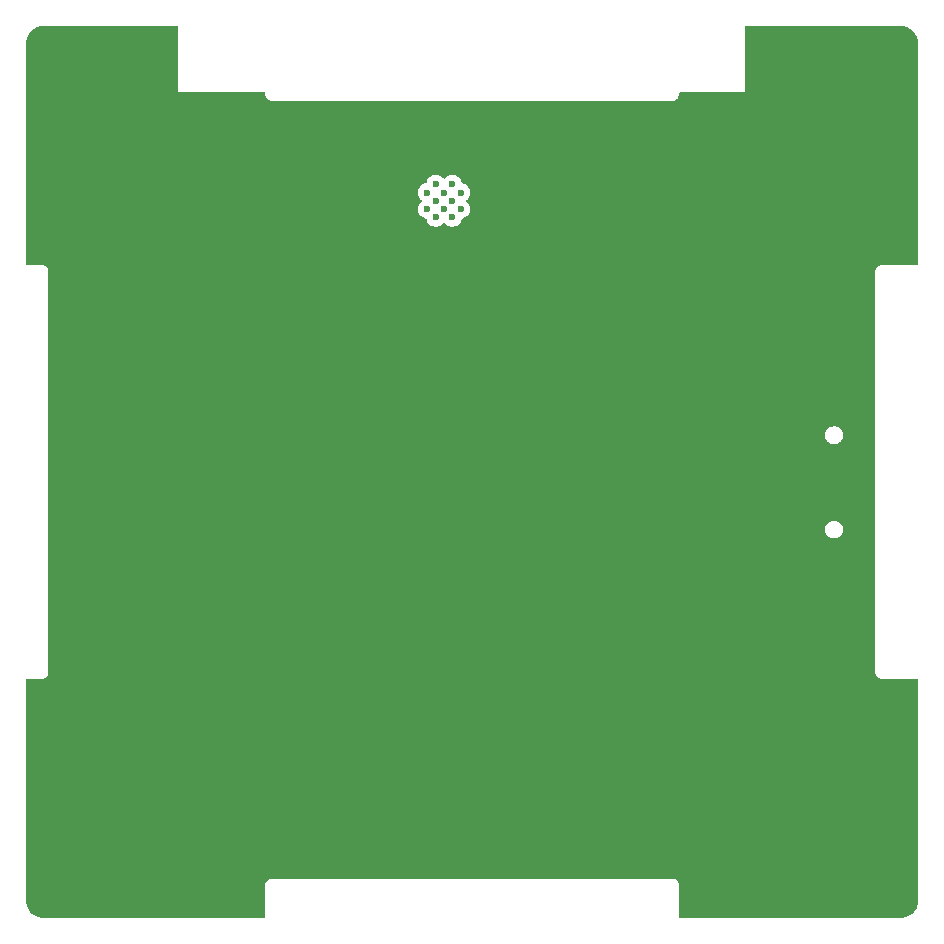
<source format=gbr>
%TF.GenerationSoftware,KiCad,Pcbnew,9.0.7*%
%TF.CreationDate,2026-02-15T10:00:23-06:00*%
%TF.ProjectId,grad_cap_display,67726164-5f63-4617-905f-646973706c61,rev?*%
%TF.SameCoordinates,Original*%
%TF.FileFunction,Copper,L3,Inr*%
%TF.FilePolarity,Positive*%
%FSLAX46Y46*%
G04 Gerber Fmt 4.6, Leading zero omitted, Abs format (unit mm)*
G04 Created by KiCad (PCBNEW 9.0.7) date 2026-02-15 10:00:23*
%MOMM*%
%LPD*%
G01*
G04 APERTURE LIST*
%TA.AperFunction,HeatsinkPad*%
%ADD10C,0.600000*%
%TD*%
G04 APERTURE END LIST*
D10*
%TO.N,GND*%
%TO.C,U204*%
X-232310000Y658280000D03*
X-232310000Y659680000D03*
X-233010000Y657580000D03*
X-233010000Y658980000D03*
X-233010000Y660380000D03*
X-233710000Y658280000D03*
X-233710000Y659680000D03*
X-234410000Y657580000D03*
X-234410000Y658980000D03*
X-234410000Y660380000D03*
X-235110000Y658280000D03*
X-235110000Y659680000D03*
%TD*%
%TA.AperFunction,Conductor*%
%TO.N,/ESP32 1/+3V3*%
G36*
X-256266961Y673779815D02*
G01*
X-256221206Y673727011D01*
X-256210000Y673675500D01*
X-256210000Y668190000D01*
X-248954500Y668190000D01*
X-248887461Y668170315D01*
X-248841706Y668117511D01*
X-248830500Y668066000D01*
X-248830500Y667904108D01*
X-248796392Y667776814D01*
X-248730500Y667662686D01*
X-248637314Y667569500D01*
X-248580250Y667536554D01*
X-248523187Y667503608D01*
X-248459539Y667486554D01*
X-248395892Y667469500D01*
X-248395891Y667469500D01*
X-214264108Y667469500D01*
X-214136812Y667503608D01*
X-214022686Y667569500D01*
X-214022683Y667569502D01*
X-213929502Y667662683D01*
X-213929500Y667662686D01*
X-213863608Y667776812D01*
X-213829500Y667904108D01*
X-213829500Y668066000D01*
X-213809815Y668133039D01*
X-213757011Y668178794D01*
X-213705500Y668190000D01*
X-208210000Y668190000D01*
X-208210000Y673675500D01*
X-208190315Y673742539D01*
X-208137511Y673788294D01*
X-208086000Y673799500D01*
X-195125892Y673799500D01*
X-195064428Y673799500D01*
X-195055582Y673799184D01*
X-195033622Y673797613D01*
X-194855442Y673784869D01*
X-194837931Y673782351D01*
X-194646212Y673740646D01*
X-194629236Y673735662D01*
X-194445390Y673667090D01*
X-194429297Y673659740D01*
X-194257091Y673565709D01*
X-194242208Y673556144D01*
X-194085135Y673438561D01*
X-194071764Y673426975D01*
X-193933024Y673288235D01*
X-193921438Y673274864D01*
X-193803855Y673117791D01*
X-193794290Y673102908D01*
X-193700259Y672930702D01*
X-193692909Y672914609D01*
X-193624334Y672730755D01*
X-193619355Y672713797D01*
X-193577648Y672522068D01*
X-193575130Y672504556D01*
X-193560816Y672304418D01*
X-193560500Y672295572D01*
X-193560500Y653654500D01*
X-193580185Y653587461D01*
X-193632989Y653541706D01*
X-193684500Y653530500D01*
X-196624108Y653530500D01*
X-196755892Y653530500D01*
X-196883186Y653496392D01*
X-196997314Y653430500D01*
X-197090500Y653337314D01*
X-197156392Y653223186D01*
X-197190500Y653095892D01*
X-197190500Y619095892D01*
X-197190500Y618964108D01*
X-197156392Y618836814D01*
X-197090500Y618722686D01*
X-196997314Y618629500D01*
X-196940250Y618596554D01*
X-196883187Y618563608D01*
X-196819539Y618546554D01*
X-196755892Y618529500D01*
X-193684500Y618529500D01*
X-193617461Y618509815D01*
X-193571706Y618457011D01*
X-193560500Y618405500D01*
X-193560500Y599764427D01*
X-193560815Y599755582D01*
X-193575130Y599555436D01*
X-193577646Y599537938D01*
X-193619356Y599346199D01*
X-193624333Y599329248D01*
X-193692909Y599145390D01*
X-193700256Y599129303D01*
X-193794294Y598957083D01*
X-193803850Y598942214D01*
X-193921443Y598785128D01*
X-193933017Y598771771D01*
X-194071771Y598633017D01*
X-194085128Y598621443D01*
X-194242214Y598503850D01*
X-194257083Y598494294D01*
X-194429303Y598400256D01*
X-194445385Y598392911D01*
X-194629248Y598324333D01*
X-194646199Y598319356D01*
X-194837938Y598277646D01*
X-194855436Y598275130D01*
X-195049994Y598261215D01*
X-195055582Y598260816D01*
X-195064428Y598260500D01*
X-213705500Y598260500D01*
X-213772539Y598280185D01*
X-213818294Y598332989D01*
X-213829500Y598384500D01*
X-213829500Y601155891D01*
X-213863608Y601283187D01*
X-213896554Y601340250D01*
X-213929500Y601397314D01*
X-214022686Y601490500D01*
X-214136814Y601556392D01*
X-214264108Y601590500D01*
X-248264108Y601590500D01*
X-248395892Y601590500D01*
X-248523186Y601556392D01*
X-248637314Y601490500D01*
X-248730500Y601397314D01*
X-248796392Y601283186D01*
X-248830500Y601155892D01*
X-248830500Y601155890D01*
X-248830500Y598384500D01*
X-248850185Y598317461D01*
X-248902989Y598271706D01*
X-248954500Y598260500D01*
X-267595572Y598260500D01*
X-267604418Y598260816D01*
X-267611016Y598261287D01*
X-267804561Y598275130D01*
X-267822063Y598277647D01*
X-268013797Y598319355D01*
X-268030755Y598324334D01*
X-268214609Y598392909D01*
X-268230702Y598400259D01*
X-268402908Y598494290D01*
X-268417791Y598503855D01*
X-268574864Y598621438D01*
X-268588235Y598633024D01*
X-268726975Y598771764D01*
X-268738561Y598785135D01*
X-268856144Y598942208D01*
X-268865709Y598957091D01*
X-268959740Y599129297D01*
X-268967090Y599145390D01*
X-269035662Y599329236D01*
X-269040646Y599346212D01*
X-269082351Y599537931D01*
X-269084869Y599555442D01*
X-269099184Y599755580D01*
X-269099500Y599764427D01*
X-269099500Y618405500D01*
X-269079815Y618472539D01*
X-269027011Y618518294D01*
X-268975500Y618529500D01*
X-267634108Y618529500D01*
X-267506812Y618563608D01*
X-267392686Y618629500D01*
X-267392683Y618629502D01*
X-267299502Y618722683D01*
X-267299500Y618722686D01*
X-267233608Y618836812D01*
X-267199500Y618964108D01*
X-267199500Y631213919D01*
X-201440500Y631213919D01*
X-201440500Y631066078D01*
X-201411659Y630921091D01*
X-201411656Y630921081D01*
X-201355087Y630784510D01*
X-201355080Y630784497D01*
X-201272951Y630661583D01*
X-201272948Y630661579D01*
X-201168419Y630557050D01*
X-201168415Y630557047D01*
X-201045501Y630474918D01*
X-201045488Y630474911D01*
X-200908917Y630418342D01*
X-200908907Y630418339D01*
X-200763920Y630389499D01*
X-200763918Y630389499D01*
X-200616080Y630389499D01*
X-200471092Y630418339D01*
X-200471082Y630418342D01*
X-200334511Y630474911D01*
X-200334498Y630474918D01*
X-200211584Y630557047D01*
X-200211580Y630557050D01*
X-200107051Y630661579D01*
X-200107048Y630661583D01*
X-200024919Y630784497D01*
X-200024912Y630784510D01*
X-199968343Y630921081D01*
X-199968340Y630921091D01*
X-199939500Y631066078D01*
X-199939500Y631213919D01*
X-199939499Y631213919D01*
X-199968340Y631358906D01*
X-199968343Y631358916D01*
X-200024912Y631495487D01*
X-200024919Y631495500D01*
X-200107048Y631618414D01*
X-200107051Y631618418D01*
X-200211580Y631722947D01*
X-200211584Y631722950D01*
X-200334498Y631805079D01*
X-200334511Y631805086D01*
X-200471082Y631861655D01*
X-200471087Y631861657D01*
X-200471092Y631861658D01*
X-200616080Y631890499D01*
X-200616082Y631890499D01*
X-200763918Y631890499D01*
X-200763920Y631890499D01*
X-200861462Y631871095D01*
X-200908913Y631861657D01*
X-201045495Y631805083D01*
X-201168416Y631722950D01*
X-201272951Y631618415D01*
X-201355084Y631495494D01*
X-201411658Y631358912D01*
X-201411659Y631358906D01*
X-201440500Y631213919D01*
X-267199500Y631213919D01*
X-267199500Y639213920D01*
X-201440500Y639213920D01*
X-201440500Y639066079D01*
X-201411659Y638921092D01*
X-201411656Y638921082D01*
X-201355087Y638784511D01*
X-201355080Y638784498D01*
X-201272951Y638661584D01*
X-201272948Y638661580D01*
X-201168419Y638557051D01*
X-201168415Y638557048D01*
X-201045501Y638474919D01*
X-201045488Y638474912D01*
X-200908917Y638418343D01*
X-200908907Y638418340D01*
X-200763920Y638389500D01*
X-200763918Y638389500D01*
X-200616080Y638389500D01*
X-200471092Y638418340D01*
X-200471082Y638418343D01*
X-200334511Y638474912D01*
X-200334498Y638474919D01*
X-200211584Y638557048D01*
X-200211580Y638557051D01*
X-200107051Y638661580D01*
X-200107048Y638661584D01*
X-200024919Y638784498D01*
X-200024912Y638784511D01*
X-199968343Y638921082D01*
X-199968340Y638921092D01*
X-199939500Y639066079D01*
X-199939500Y639213920D01*
X-199939499Y639213920D01*
X-199968340Y639358907D01*
X-199968343Y639358917D01*
X-200024912Y639495488D01*
X-200024919Y639495501D01*
X-200107048Y639618415D01*
X-200107051Y639618419D01*
X-200211580Y639722948D01*
X-200211584Y639722951D01*
X-200334498Y639805080D01*
X-200334511Y639805087D01*
X-200471082Y639861656D01*
X-200471087Y639861658D01*
X-200471092Y639861659D01*
X-200616080Y639890500D01*
X-200616082Y639890500D01*
X-200763918Y639890500D01*
X-200763920Y639890500D01*
X-200861462Y639871096D01*
X-200908913Y639861658D01*
X-201045495Y639805084D01*
X-201168416Y639722951D01*
X-201272951Y639618416D01*
X-201355084Y639495495D01*
X-201411658Y639358913D01*
X-201411659Y639358907D01*
X-201440500Y639213920D01*
X-267199500Y639213920D01*
X-267199500Y653095891D01*
X-267233608Y653223187D01*
X-267266554Y653280250D01*
X-267299500Y653337314D01*
X-267392686Y653430500D01*
X-267506814Y653496392D01*
X-267634108Y653530500D01*
X-267634110Y653530500D01*
X-268975500Y653530500D01*
X-269042539Y653550185D01*
X-269088294Y653602989D01*
X-269099500Y653654500D01*
X-269099500Y659758844D01*
X-235910500Y659758844D01*
X-235910500Y659601155D01*
X-235910499Y659601153D01*
X-235879737Y659446503D01*
X-235879735Y659446498D01*
X-235819397Y659300827D01*
X-235819390Y659300814D01*
X-235731789Y659169711D01*
X-235731786Y659169707D01*
X-235629760Y659067681D01*
X-235596275Y659006358D01*
X-235601259Y658936666D01*
X-235629760Y658892319D01*
X-235731786Y658790292D01*
X-235731789Y658790289D01*
X-235819394Y658659179D01*
X-235879737Y658513497D01*
X-235910499Y658358846D01*
X-235910500Y658358844D01*
X-235910500Y658201155D01*
X-235910499Y658201153D01*
X-235879737Y658046503D01*
X-235879735Y658046498D01*
X-235819397Y657900827D01*
X-235819390Y657900814D01*
X-235731789Y657769711D01*
X-235731786Y657769707D01*
X-235620292Y657658213D01*
X-235620288Y657658210D01*
X-235489185Y657570609D01*
X-235489172Y657570602D01*
X-235343501Y657510264D01*
X-235343492Y657510261D01*
X-235288166Y657499256D01*
X-235226256Y657466870D01*
X-235191682Y657406154D01*
X-235190750Y657401874D01*
X-235179737Y657346503D01*
X-235179736Y657346501D01*
X-235119397Y657200827D01*
X-235119390Y657200814D01*
X-235031789Y657069711D01*
X-235031786Y657069707D01*
X-234920292Y656958213D01*
X-234920288Y656958210D01*
X-234789185Y656870609D01*
X-234789172Y656870602D01*
X-234643501Y656810264D01*
X-234643489Y656810261D01*
X-234488846Y656779500D01*
X-234488842Y656779500D01*
X-234331153Y656779500D01*
X-234176510Y656810261D01*
X-234176498Y656810264D01*
X-234030827Y656870602D01*
X-234030814Y656870609D01*
X-233899711Y656958210D01*
X-233899707Y656958213D01*
X-233797681Y657060240D01*
X-233736358Y657093725D01*
X-233666666Y657088741D01*
X-233622319Y657060240D01*
X-233520292Y656958213D01*
X-233520288Y656958210D01*
X-233389185Y656870609D01*
X-233389172Y656870602D01*
X-233243501Y656810264D01*
X-233243489Y656810261D01*
X-233088846Y656779500D01*
X-233088842Y656779500D01*
X-232931153Y656779500D01*
X-232776510Y656810261D01*
X-232776498Y656810264D01*
X-232630827Y656870602D01*
X-232630814Y656870609D01*
X-232499711Y656958210D01*
X-232499707Y656958213D01*
X-232388213Y657069707D01*
X-232388210Y657069711D01*
X-232300609Y657200814D01*
X-232300602Y657200827D01*
X-232240264Y657346498D01*
X-232240262Y657346505D01*
X-232229256Y657401833D01*
X-232196870Y657463743D01*
X-232136153Y657498316D01*
X-232131833Y657499256D01*
X-232076505Y657510262D01*
X-232076498Y657510264D01*
X-231930827Y657570602D01*
X-231930814Y657570609D01*
X-231799711Y657658210D01*
X-231799707Y657658213D01*
X-231688213Y657769707D01*
X-231688210Y657769711D01*
X-231600609Y657900814D01*
X-231600602Y657900827D01*
X-231540264Y658046498D01*
X-231540261Y658046510D01*
X-231509500Y658201153D01*
X-231509500Y658358846D01*
X-231540261Y658513489D01*
X-231540264Y658513501D01*
X-231600602Y658659172D01*
X-231600609Y658659185D01*
X-231688210Y658790288D01*
X-231688213Y658790292D01*
X-231790240Y658892319D01*
X-231823725Y658953642D01*
X-231818741Y659023334D01*
X-231790240Y659067681D01*
X-231688213Y659169707D01*
X-231688210Y659169711D01*
X-231600609Y659300814D01*
X-231600602Y659300827D01*
X-231540264Y659446498D01*
X-231540261Y659446510D01*
X-231509500Y659601153D01*
X-231509500Y659758846D01*
X-231540261Y659913489D01*
X-231540264Y659913501D01*
X-231600602Y660059172D01*
X-231600609Y660059185D01*
X-231688210Y660190288D01*
X-231688213Y660190292D01*
X-231799707Y660301786D01*
X-231799711Y660301789D01*
X-231930814Y660389390D01*
X-231930827Y660389397D01*
X-232040082Y660434651D01*
X-232076503Y660449737D01*
X-232131831Y660460742D01*
X-232193740Y660493126D01*
X-232228315Y660553841D01*
X-232229256Y660558166D01*
X-232240261Y660613492D01*
X-232240264Y660613501D01*
X-232300602Y660759172D01*
X-232300609Y660759185D01*
X-232388210Y660890288D01*
X-232388213Y660890292D01*
X-232499707Y661001786D01*
X-232499711Y661001789D01*
X-232630814Y661089390D01*
X-232630827Y661089397D01*
X-232776498Y661149735D01*
X-232776503Y661149737D01*
X-232837858Y661161941D01*
X-232931155Y661180500D01*
X-232931158Y661180500D01*
X-233088842Y661180500D01*
X-233088845Y661180500D01*
X-233166520Y661165048D01*
X-233243497Y661149737D01*
X-233389179Y661089394D01*
X-233520289Y661001789D01*
X-233520292Y661001786D01*
X-233622319Y660899760D01*
X-233683642Y660866275D01*
X-233753334Y660871259D01*
X-233797681Y660899760D01*
X-233899707Y661001786D01*
X-233899711Y661001789D01*
X-234030814Y661089390D01*
X-234030827Y661089397D01*
X-234176498Y661149735D01*
X-234176503Y661149737D01*
X-234237858Y661161941D01*
X-234331155Y661180500D01*
X-234331158Y661180500D01*
X-234488842Y661180500D01*
X-234488845Y661180500D01*
X-234566520Y661165048D01*
X-234643497Y661149737D01*
X-234789179Y661089394D01*
X-234920289Y661001789D01*
X-235031789Y660890289D01*
X-235119394Y660759179D01*
X-235179737Y660613497D01*
X-235190742Y660558167D01*
X-235223125Y660496258D01*
X-235283841Y660461683D01*
X-235288118Y660460752D01*
X-235343497Y660449737D01*
X-235489179Y660389394D01*
X-235620289Y660301789D01*
X-235731789Y660190289D01*
X-235819394Y660059179D01*
X-235879737Y659913497D01*
X-235910499Y659758846D01*
X-235910500Y659758844D01*
X-269099500Y659758844D01*
X-269099500Y672295572D01*
X-269099184Y672304419D01*
X-269084869Y672504557D01*
X-269082351Y672522068D01*
X-269040646Y672713787D01*
X-269035662Y672730763D01*
X-268967090Y672914609D01*
X-268959740Y672930702D01*
X-268865709Y673102908D01*
X-268856144Y673117791D01*
X-268738561Y673274864D01*
X-268726975Y673288235D01*
X-268588235Y673426975D01*
X-268574864Y673438561D01*
X-268417791Y673556144D01*
X-268402908Y673565709D01*
X-268230702Y673659740D01*
X-268214609Y673667090D01*
X-268030763Y673735662D01*
X-268013787Y673740646D01*
X-267822068Y673782351D01*
X-267804557Y673784869D01*
X-267623779Y673797799D01*
X-267604417Y673799184D01*
X-267595572Y673799500D01*
X-267534108Y673799500D01*
X-256334000Y673799500D01*
X-256266961Y673779815D01*
G37*
%TD.AperFunction*%
%TD*%
M02*

</source>
